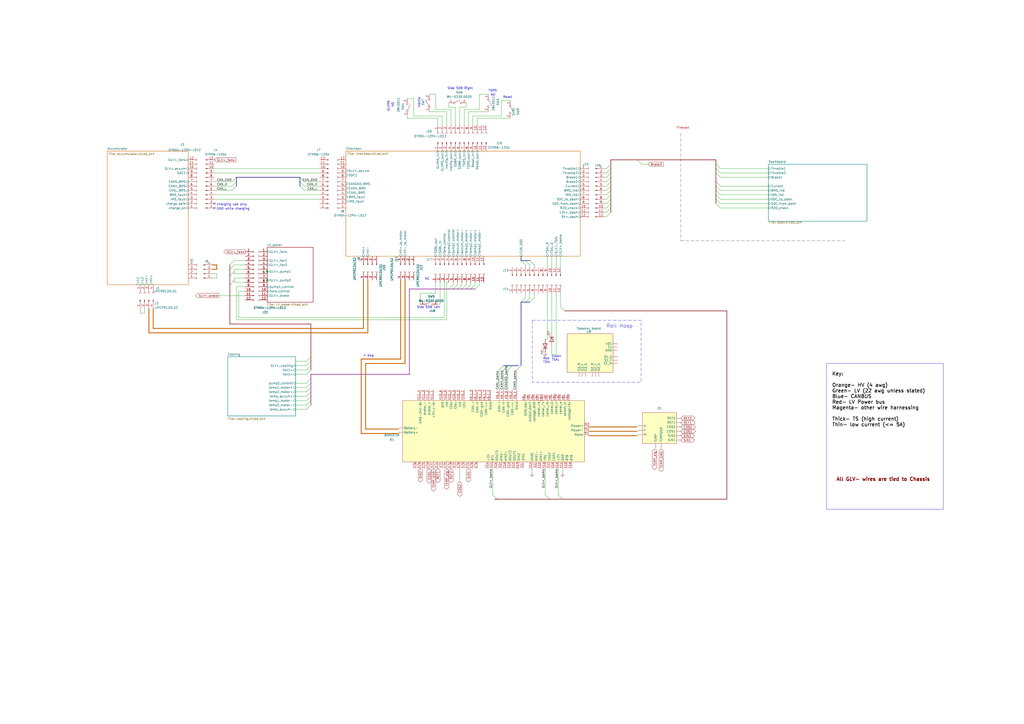
<source format=kicad_sch>
(kicad_sch (version 20231120) (generator "eeschema") (generator_version "8.0")
  (paper "A2")
  (lib_symbols
    (symbol "Connector:Conn_01x04_Pin" (pin_names (offset 1.016) hide)
      (property "Reference" "J" (at 0 5.08 0))
      (property "Value" "Conn_01x04_Pin" (at 0 -7.62 0))
      (symbol "Conn_01x04_Pin_1_1"
        (pin passive line (at 5.08 2.54 180) (length 3.81) (name "Pin_1") (number "1"))
        (pin passive line (at 5.08 0 180) (length 3.81) (name "Pin_2") (number "2"))
        (pin passive line (at 5.08 -2.54 180) (length 3.81) (name "Pin_3") (number "3"))
        (pin passive line (at 5.08 -5.08 180) (length 3.81) (name "Pin_4") (number "4"))
      )
    )
    (symbol "Connector:Conn_01x04_Socket" (pin_names (offset 1.016) hide)
      (property "Reference" "J" (at 0 5.08 0))
      (property "Value" "Conn_01x04_Socket" (at 0 -7.62 0))
      (symbol "Conn_01x04_Socket_1_1"
        (pin passive line (at -5.08 2.54 0) (length 3.81) (name "Pin_1") (number "1"))
        (pin passive line (at -5.08 0 0) (length 3.81) (name "Pin_2") (number "2"))
        (pin passive line (at -5.08 -2.54 0) (length 3.81) (name "Pin_3") (number "3"))
        (pin passive line (at -5.08 -5.08 0) (length 3.81) (name "Pin_4") (number "4"))
      )
    )
    (symbol "Connector:Conn_01x12_Pin" (pin_names (offset 1.016) hide)
      (property "Reference" "J" (at 0 15.24 0))
      (property "Value" "Conn_01x12_Pin" (at 0 -17.78 0))
      (symbol "Conn_01x12_Pin_1_1"
        (pin passive line (at 5.08 12.7 180) (length 3.81) (name "Pin_1") (number "1"))
        (pin passive line (at 5.08 -10.16 180) (length 3.81) (name "Pin_10") (number "10"))
        (pin passive line (at 5.08 -12.7 180) (length 3.81) (name "Pin_11") (number "11"))
        (pin passive line (at 5.08 -15.24 180) (length 3.81) (name "Pin_12") (number "12"))
        (pin passive line (at 5.08 10.16 180) (length 3.81) (name "Pin_2") (number "2"))
        (pin passive line (at 5.08 7.62 180) (length 3.81) (name "Pin_3") (number "3"))
        (pin passive line (at 5.08 5.08 180) (length 3.81) (name "Pin_4") (number "4"))
        (pin passive line (at 5.08 2.54 180) (length 3.81) (name "Pin_5") (number "5"))
        (pin passive line (at 5.08 0 180) (length 3.81) (name "Pin_6") (number "6"))
        (pin passive line (at 5.08 -2.54 180) (length 3.81) (name "Pin_7") (number "7"))
        (pin passive line (at 5.08 -5.08 180) (length 3.81) (name "Pin_8") (number "8"))
        (pin passive line (at 5.08 -7.62 180) (length 3.81) (name "Pin_9") (number "9"))
      )
    )
    (symbol "Connector:Conn_01x12_Socket" (pin_names (offset 1.016) hide)
      (property "Reference" "J" (at 0 15.24 0))
      (property "Value" "Conn_01x12_Socket" (at 0 -17.78 0))
      (symbol "Conn_01x12_Socket_1_1"
        (pin passive line (at -5.08 12.7 0) (length 3.81) (name "Pin_1") (number "1"))
        (pin passive line (at -5.08 -10.16 0) (length 3.81) (name "Pin_10") (number "10"))
        (pin passive line (at -5.08 -12.7 0) (length 3.81) (name "Pin_11") (number "11"))
        (pin passive line (at -5.08 -15.24 0) (length 3.81) (name "Pin_12") (number "12"))
        (pin passive line (at -5.08 10.16 0) (length 3.81) (name "Pin_2") (number "2"))
        (pin passive line (at -5.08 7.62 0) (length 3.81) (name "Pin_3") (number "3"))
        (pin passive line (at -5.08 5.08 0) (length 3.81) (name "Pin_4") (number "4"))
        (pin passive line (at -5.08 2.54 0) (length 3.81) (name "Pin_5") (number "5"))
        (pin passive line (at -5.08 0 0) (length 3.81) (name "Pin_6") (number "6"))
        (pin passive line (at -5.08 -2.54 0) (length 3.81) (name "Pin_7") (number "7"))
        (pin passive line (at -5.08 -5.08 0) (length 3.81) (name "Pin_8") (number "8"))
        (pin passive line (at -5.08 -7.62 0) (length 3.81) (name "Pin_9") (number "9"))
      )
    )
    (symbol "Device:LED" (pin_numbers hide) (pin_names (offset 1.016) hide)
      (property "Reference" "D" (at 0 2.54 0))
      (property "Value" "LED" (at 0 -2.54 0))
      (symbol "LED_1_1"
        (pin passive line (at -3.81 0 0) (length 2.54) (name "K") (number "1"))
        (pin passive line (at 3.81 0 180) (length 2.54) (name "A") (number "2"))
      )
    )
    (symbol "FSAE:BAMOCAR"
      (property "Reference" "B" (at 0 1.27 0))
      (property "Value" "BAMOCAR" (at 0 -1.27 0))
      (symbol "BAMOCAR_1_1"
        (pin output line (at -0.635 -54.61 90) (length 2.54) (name "Battery+") (number ""))
        (pin output line (at 1.905 -54.61 90) (length 2.54) (name "Battery-") (number ""))
        (pin output line (at -1.905 55.88 270) (length 2.54) (name "Motor") (number "M1"))
        (pin output line (at 0.635 55.88 270) (length 2.54) (name "Power-") (number "M2"))
        (pin output line (at 3.175 55.88 270) (length 2.54) (name "Power+") (number "M3"))
        (pin input line (at 24.13 -16.51 180) (length 6.35) (name "r2in") (number "X10_1"))
        (pin input line (at 24.13 -19.05 180) (length 6.35) (name "txd") (number "X10_2"))
        (pin input line (at 24.13 -21.59 180) (length 6.35) (name "t2ou") (number "X10_3"))
        (pin input line (at 24.13 -24.13 180) (length 6.35) (name "t2ou") (number "X10_4"))
        (pin input line (at 24.13 -26.67 180) (length 6.35) (name "rxd") (number "X10_5"))
        (pin input line (at 24.13 -29.21 180) (length 6.35) (name "gnd") (number "X10_6"))
        (pin input line (at 24.13 -34.29 180) (length 6.35) (name "+24_v-br") (number "X11_1"))
        (pin input line (at 24.13 -36.83 180) (length 6.35) (name "brake_+") (number "X11_2"))
        (pin input line (at 24.13 -39.37 180) (length 6.35) (name "brake_-") (number "X11_3"))
        (pin input line (at 24.13 -41.91 180) (length 6.35) (name "GMD-24V-Br") (number "X11_4"))
        (pin input line (at -21.59 45.72 0) (length 3.81) (name "BTB") (number "X1a"))
        (pin output line (at -21.59 43.18 0) (length 3.81) (name "BTB") (number "X1b"))
        (pin output line (at -21.59 40.64 0) (length 3.81) (name "GND") (number "X1c"))
        (pin input line (at -21.59 38.1 0) (length 3.81) (name "+24") (number "X1d"))
        (pin input line (at -21.59 35.56 0) (length 3.81) (name "END1") (number "X1e"))
        (pin input line (at -21.59 33.02 0) (length 3.81) (name "END2") (number "X1f"))
        (pin input line (at -21.59 30.48 0) (length 3.81) (name "FRG") (number "X1g"))
        (pin input line (at -21.59 27.94 0) (length 3.81) (name "AIN1+") (number "X1h"))
        (pin input line (at -21.59 25.4 0) (length 3.81) (name "AIN1-") (number "X1j"))
        (pin output line (at -21.59 22.86 0) (length 3.81) (name "GNDE") (number "X1k"))
        (pin input line (at -21.59 17.78 0) (length 3.81) (name "DIN1") (number "X1l"))
        (pin input line (at -21.59 15.24 0) (length 3.81) (name "DIN2") (number "X1m"))
        (pin output line (at -21.59 12.7 0) (length 3.81) (name "DOUT1") (number "X1n"))
        (pin output line (at -21.59 10.16 0) (length 3.81) (name "DOUT2") (number "X1o"))
        (pin input line (at -21.59 7.62 0) (length 3.81) (name "AIN2+") (number "X1p"))
        (pin input line (at -21.59 5.08 0) (length 3.81) (name "AIN2-") (number "X1r"))
        (pin output line (at -21.59 2.54 0) (length 3.81) (name "DOUT3") (number "X1s"))
        (pin input line (at -21.59 0 0) (length 3.81) (name "RFE") (number "X1t"))
        (pin input line (at -21.59 -2.54 0) (length 3.81) (name "+24") (number "X1u"))
        (pin input line (at -21.59 -8.89 0) (length 3.81) (name "") (number "X7a"))
        (pin input line (at -21.59 -11.43 0) (length 3.81) (name "") (number "X7b"))
        (pin input line (at -21.59 -13.97 0) (length 3.81) (name "") (number "X7c"))
        (pin input line (at -21.59 -16.51 0) (length 3.81) (name "") (number "X7d"))
        (pin input line (at -21.59 -19.05 0) (length 3.81) (name "") (number "X7e"))
        (pin input line (at -21.59 -21.59 0) (length 3.81) (name "") (number "X7f"))
        (pin input line (at -21.59 -24.13 0) (length 3.81) (name "") (number "X7g"))
        (pin input line (at -21.59 -26.67 0) (length 3.81) (name "") (number "X7h"))
        (pin input line (at -21.59 -29.21 0) (length 3.81) (name "") (number "X7j"))
        (pin input line (at -21.59 -31.75 0) (length 3.81) (name "") (number "X7k"))
        (pin input line (at -21.59 -34.29 0) (length 3.81) (name "") (number "X7l"))
        (pin input line (at -21.59 -36.83 0) (length 3.81) (name "") (number "X7m"))
        (pin input line (at -21.59 -39.37 0) (length 3.81) (name "") (number "X7n"))
        (pin input line (at -21.59 -41.91 0) (length 3.81) (name "") (number "X7o"))
        (pin input line (at -21.59 -44.45 0) (length 3.81) (name "") (number "X7p"))
        (pin input line (at 21.59 44.45 180) (length 3.81) (name "voltage+5v") (number "X8a"))
        (pin bidirectional line (at 21.59 41.91 180) (length 3.81) (name "selekt_in") (number "X8c"))
        (pin bidirectional line (at 21.59 39.37 180) (length 3.81) (name "canal_a") (number "X8e"))
        (pin bidirectional line (at 21.59 36.83 180) (length 3.81) (name "canal_n") (number "X8g"))
        (pin bidirectional line (at 21.59 31.75 180) (length 3.81) (name "canal_/b") (number "X8i"))
        (pin bidirectional line (at 21.59 34.29 180) (length 3.81) (name "canal_b") (number "X8j"))
        (pin bidirectional line (at 21.59 29.21 180) (length 3.81) (name "canal_/n") (number "X8m"))
        (pin bidirectional line (at 21.59 26.67 180) (length 3.81) (name "canal_/a") (number "X8n"))
        (pin output line (at 21.59 24.13 180) (length 3.81) (name "voltage_GND") (number "X8o"))
        (pin output line (at 21.59 21.59 180) (length 3.81) (name "output_dac1") (number "X8t"))
        (pin output line (at 21.59 19.05 180) (length 3.81) (name "GND_dac") (number "X8u"))
        (pin bidirectional line (at 24.13 -1.27 180) (length 6.35) (name "Sield") (number "X9.1_1"))
        (pin input line (at 24.13 -3.81 180) (length 6.35) (name "CAN-v+") (number "X9.1_2"))
        (pin output line (at 24.13 -6.35 180) (length 6.35) (name "CAN-gnd") (number "X9.1_3"))
        (pin bidirectional line (at 24.13 -8.89 180) (length 6.35) (name "CAN-h") (number "X9.1_4"))
        (pin bidirectional line (at 24.13 -11.43 180) (length 6.35) (name "CAN-l") (number "X9.1_5"))
        (pin bidirectional line (at 24.13 13.97 180) (length 6.35) (name "Sield") (number "X9_1"))
        (pin input line (at 24.13 11.43 180) (length 6.35) (name "CAN-v+") (number "X9_2"))
        (pin output line (at 24.13 8.89 180) (length 6.35) (name "CAN-gnd") (number "X9_3"))
        (pin bidirectional line (at 24.13 6.35 180) (length 6.35) (name "CAN-h") (number "X9_4"))
        (pin bidirectional line (at 24.13 3.81 180) (length 6.35) (name "CAN-l") (number "X9_5"))
      )
    )
    (symbol "FSAE:Emrak"
      (property "Reference" "U" (at 0 0 0))
      (symbol "Emrak_1_1"
        (pin input line (at 12.7 13.97 180) (length 2.54) (name "COS1") (number ""))
        (pin input line (at 12.7 11.43 180) (length 2.54) (name "COS2") (number ""))
        (pin input line (at -12.065 15.875 0) (length 2.54) (name "M") (number ""))
        (pin input line (at 12.7 8.89 180) (length 2.54) (name "REF1") (number ""))
        (pin input line (at 12.7 6.35 180) (length 2.54) (name "REF2") (number ""))
        (pin input line (at 12.7 19.05 180) (length 2.54) (name "SIN1") (number ""))
        (pin input line (at 12.7 16.51 180) (length 2.54) (name "SIN2") (number ""))
        (pin input line (at -1.905 23.495 270) (length 2.54) (name "TEMP") (number ""))
        (pin input line (at 1.27 23.495 270) (length 2.54) (name "TEMPGND") (number ""))
        (pin input line (at -12.065 10.795 0) (length 2.54) (name "U") (number ""))
        (pin input line (at -12.065 13.335 0) (length 2.54) (name "V") (number ""))
      )
    )
    (symbol "FSAE:speaker_board"
      (property "Reference" "U15" (at -5.08 -3.4925 90))
      (property "Value" "~" (at 0 0 0))
      (symbol "speaker_board_1_1"
        (pin input line (at -6.35 35.56 270) (length 2.54) (name "En") (number ""))
        (pin input line (at -4.445 35.56 270) (length 2.54) (name "GND") (number ""))
        (pin input line (at 1.27 35.56 270) (length 2.54) (name "S1_F") (number ""))
        (pin input line (at -0.635 35.56 270) (length 2.54) (name "S1_G") (number ""))
        (pin input line (at 3.175 35.56 270) (length 2.54) (name "S1_M") (number ""))
        (pin input line (at 10.795 22.86 180) (length 2.54) (name "S2_F") (number ""))
        (pin input line (at 10.795 24.765 180) (length 2.54) (name "S2_G") (number ""))
        (pin input line (at 10.795 20.955 180) (length 2.54) (name "S2_M") (number ""))
        (pin input line (at 10.795 15.24 180) (length 2.54) (name "S3_F") (number ""))
        (pin input line (at 10.795 17.145 180) (length 2.54) (name "S3_G") (number ""))
        (pin input line (at 10.795 13.335 180) (length 2.54) (name "S3_M") (number ""))
        (pin input line (at -8.255 35.56 270) (length 2.54) (name "VDC") (number ""))
      )
    )
    (symbol "Switch:SW_SPST" (pin_names (offset 0) hide)
      (property "Reference" "SW" (at 0 3.175 0))
      (property "Value" "SW_SPST" (at 0 -2.54 0))
      (symbol "SW_SPST_1_1"
        (pin passive line (at -5.08 0 0) (length 2.54) (name "A") (number "1"))
        (pin passive line (at 5.08 0 180) (length 2.54) (name "B") (number "2"))
      )
    )
    (symbol "power:Earth" (power) (pin_names (offset 0))
      (symbol "Earth_1_1"
        (pin power_in line (at 0 0 270) (length 0) hide (name "Earth") (number "1"))
      )
    )
  )
  (junction (at 154.94 157.48))
  (junction (at 154.94 162.56))
  (no_connect (at 124.46 118.11))
  (no_connect (at 124.46 120.65))
  (bus_entry (at 180.34 224.79) (size -2.54 2.54))
  (bus_entry (at 351.79 113.03) (size 2.54 -2.54))
  (bus_entry (at 262.89 167.64) (size 2.54 -2.54))
  (bus_entry (at 417.83 100.33) (size -2.54 -2.54))
  (bus_entry (at 180.34 227.33) (size -2.54 2.54))
  (bus_entry (at 133.35 165.1) (size 2.54 -2.54))
  (bus_entry (at 351.79 118.11) (size 2.54 -2.54))
  (bus_entry (at 304.8 172.72) (size -2.54 2.54))
  (bus_entry (at 270.51 167.64) (size 2.54 -2.54))
  (bus_entry (at 294.64 214.63) (size 2.54 -2.54))
  (bus_entry (at 417.83 107.95) (size -2.54 -2.54))
  (bus_entry (at 137.16 105.41) (size -2.54 2.54))
  (bus_entry (at 351.79 97.79) (size 2.54 -2.54))
  (bus_entry (at 137.16 107.95) (size -2.54 2.54))
  (bus_entry (at 351.79 110.49) (size 2.54 -2.54))
  (bus_entry (at 351.79 125.73) (size 2.54 -2.54))
  (bus_entry (at 265.43 167.64) (size 2.54 -2.54))
  (bus_entry (at 180.34 222.25) (size -2.54 2.54))
  (bus_entry (at 307.34 172.72) (size -2.54 2.54))
  (bus_entry (at 180.34 209.55) (size -2.54 2.54))
  (bus_entry (at 351.79 120.65) (size 2.54 -2.54))
  (bus_entry (at 417.83 110.49) (size -2.54 -2.54))
  (bus_entry (at 304.8 153.67) (size -2.54 -2.54))
  (bus_entry (at 417.83 97.79) (size -2.54 -2.54))
  (bus_entry (at 180.34 219.71) (size -2.54 2.54))
  (bus_entry (at 289.56 214.63) (size 2.54 -2.54))
  (bus_entry (at 351.79 102.87) (size 2.54 -2.54))
  (bus_entry (at 309.88 153.67) (size -2.54 -2.54))
  (bus_entry (at 323.85 287.02) (size 2.54 2.54))
  (bus_entry (at 273.05 167.64) (size 2.54 -2.54))
  (bus_entry (at 173.99 102.87) (size 2.54 2.54))
  (bus_entry (at 351.79 107.95) (size 2.54 -2.54))
  (bus_entry (at 180.34 214.63) (size -2.54 2.54))
  (bus_entry (at 417.83 113.03) (size -2.54 -2.54))
  (bus_entry (at 417.83 102.87) (size -2.54 -2.54))
  (bus_entry (at 267.97 167.64) (size 2.54 -2.54))
  (bus_entry (at 417.83 115.57) (size -2.54 -2.54))
  (bus_entry (at 351.79 115.57) (size 2.54 -2.54))
  (bus_entry (at 180.34 234.95) (size -2.54 2.54))
  (bus_entry (at 180.34 207.01) (size -2.54 2.54))
  (bus_entry (at 351.79 123.19) (size 2.54 -2.54))
  (bus_entry (at 173.99 107.95) (size 2.54 2.54))
  (bus_entry (at 180.34 212.09) (size -2.54 2.54))
  (bus_entry (at 417.83 118.11) (size -2.54 -2.54))
  (bus_entry (at 173.99 105.41) (size 2.54 2.54))
  (bus_entry (at 369.57 92.71) (size 2.54 2.54))
  (bus_entry (at 275.59 167.64) (size 2.54 -2.54))
  (bus_entry (at 133.35 160.02) (size 2.54 -2.54))
  (bus_entry (at 137.16 102.87) (size -2.54 2.54))
  (bus_entry (at 415.29 118.11) (size 2.54 2.54))
  (bus_entry (at 309.88 172.72) (size -2.54 2.54))
  (bus_entry (at 316.23 287.02) (size 2.54 2.54))
  (bus_entry (at 180.34 232.41) (size -2.54 2.54))
  (bus_entry (at 285.75 287.02) (size 2.54 2.54))
  (bus_entry (at 133.35 156.21) (size 2.54 -2.54))
  (bus_entry (at 299.72 214.63) (size 2.54 -2.54))
  (bus_entry (at 351.79 105.41) (size 2.54 -2.54))
  (bus_entry (at 325.12 177.8) (size 2.54 2.54))
  (bus_entry (at 260.35 167.64) (size 2.54 -2.54))
  (bus_entry (at 307.34 153.67) (size -2.54 -2.54))
  (bus_entry (at 351.79 100.33) (size 2.54 -2.54))
  (bus_entry (at 180.34 229.87) (size -2.54 2.54))
  (bus_entry (at 133.35 153.67) (size 2.54 -2.54))
  (bus_entry (at 292.1 214.63) (size 2.54 -2.54))
  (wire (pts (xy 307.34 153.67) (xy 307.34 154.94)))
  (wire (pts (xy 320.04 205.74) (xy 322.58 205.74)))
  (wire (pts (xy 135.89 162.56) (xy 135.89 163.83)))
  (bus (pts (xy 237.49 167.64) (xy 237.49 217.17)) (stroke (width 0) (color 132 0 132 1)))
  (wire (pts (xy 135.89 158.75) (xy 142.24 158.75)))
  (wire (pts (xy 309.88 153.67) (xy 309.88 154.94)))
  (wire (pts (xy 176.53 110.49) (xy 185.42 110.49)))
  (wire (pts (xy 248.92 64.77) (xy 259.08 64.77)))
  (bus (pts (xy 354.33 107.95) (xy 354.33 105.41)) (stroke (width 0) (color 132 0 0 1)))
  (wire (pts (xy 417.83 120.65) (xy 445.77 120.65)))
  (wire (pts (xy 267.97 163.83) (xy 267.97 165.1)))
  (wire (pts (xy 252.73 63.5) (xy 261.62 63.5)))
  (bus (pts (xy 267.97 167.64) (xy 270.51 167.64)) (stroke (width 0) (color 132 0 132 1)))
  (bus (pts (xy 180.34 187.96) (xy 133.35 187.96)) (stroke (width 0) (color 132 0 0 1)))
  (wire (pts (xy 212.09 248.92) (xy 212.09 210.82)) (stroke (width 0.508) (color 204 102 0 1)))
  (wire (pts (xy 341.63 250.19) (xy 369.57 250.19)) (stroke (width 0.508) (color 204 102 0 1)))
  (wire (pts (xy 248.92 54.61) (xy 252.73 54.61)))
  (bus (pts (xy 137.16 102.87) (xy 173.99 102.87)))
  (wire (pts (xy 135.89 153.67) (xy 142.24 153.67)))
  (bus (pts (xy 302.26 175.26) (xy 304.8 175.26)))
  (wire (pts (xy 274.32 67.31) (xy 274.32 72.39)))
  (wire (pts (xy 264.16 62.23) (xy 264.16 72.39)))
  (bus (pts (xy 421.64 180.34) (xy 421.64 289.56)) (stroke (width 0) (color 132 0 0 1)))
  (bus (pts (xy 326.39 289.56) (xy 318.77 289.56)) (stroke (width 0) (color 132 0 0 1)))
  (wire (pts (xy 350.52 100.33) (xy 351.79 100.33)))
  (wire (pts (xy 322.58 148.59) (xy 322.58 154.94)))
  (wire (pts (xy 320.04 200.66) (xy 320.04 205.74)))
  (wire (pts (xy 125.73 158.75) (xy 125.73 161.29)))
  (bus (pts (xy 354.33 97.79) (xy 354.33 95.25)) (stroke (width 0) (color 132 0 0 1)))
  (bus (pts (xy 415.29 100.33) (xy 415.29 105.41)) (stroke (width 0) (color 132 0 0 1)))
  (wire (pts (xy 350.52 118.11) (xy 351.79 118.11)))
  (wire (pts (xy 185.42 97.79) (xy 124.46 97.79)))
  (bus (pts (xy 265.43 167.64) (xy 267.97 167.64)) (stroke (width 0) (color 132 0 132 1)))
  (wire (pts (xy 257.81 163.83) (xy 257.81 184.15)))
  (bus (pts (xy 354.33 92.71) (xy 354.33 95.25)) (stroke (width 0) (color 132 0 0 1)))
  (bus (pts (xy 327.66 180.34) (xy 421.64 180.34)) (stroke (width 0) (color 132 0 0 1)))
  (bus (pts (xy 133.35 165.1) (xy 133.35 187.96)) (stroke (width 0) (color 132 0 0 1)))
  (wire (pts (xy 325.12 170.18) (xy 325.12 177.8)))
  (bus (pts (xy 354.33 110.49) (xy 354.33 107.95)) (stroke (width 0) (color 132 0 0 1)))
  (wire (pts (xy 236.22 68.58) (xy 254 68.58)))
  (bus (pts (xy 415.29 115.57) (xy 415.29 113.03)) (stroke (width 0) (color 132 0 0 1)))
  (wire (pts (xy 124.46 115.57) (xy 185.42 115.57)))
  (wire (pts (xy 295.91 58.42) (xy 290.83 58.42)))
  (wire (pts (xy 322.58 170.18) (xy 322.58 205.74)))
  (wire (pts (xy 320.04 148.59) (xy 320.04 154.94)))
  (wire (pts (xy 285.75 271.78) (xy 285.75 287.02)))
  (bus (pts (xy 304.8 151.13) (xy 307.34 151.13)))
  (bus (pts (xy 354.33 102.87) (xy 354.33 100.33)) (stroke (width 0) (color 132 0 0 1)))
  (wire (pts (xy 278.13 54.61) (xy 283.21 54.61)))
  (wire (pts (xy 83.82 179.07) (xy 83.82 181.61)))
  (bus (pts (xy 173.99 105.41) (xy 173.99 102.87)))
  (wire (pts (xy 289.56 214.63) (xy 289.56 226.06)))
  (wire (pts (xy 236.22 68.58) (xy 236.22 67.31)))
  (bus (pts (xy 354.33 113.03) (xy 354.33 110.49)) (stroke (width 0) (color 132 0 0 1)))
  (wire (pts (xy 212.09 210.82) (xy 234.95 210.82)) (stroke (width 0.508) (color 204 102 0 1)))
  (bus (pts (xy 180.34 232.41) (xy 180.34 234.95)) (stroke (width 0) (color 132 0 132 1)))
  (wire (pts (xy 260.35 62.23) (xy 264.16 62.23)))
  (wire (pts (xy 154.94 156.21) (xy 154.94 157.48)))
  (bus (pts (xy 173.99 105.41) (xy 173.99 107.95)))
  (bus (pts (xy 180.34 224.79) (xy 180.34 227.33)) (stroke (width 0) (color 132 0 132 1)))
  (wire (pts (xy 210.82 162.56) (xy 210.82 190.5)) (stroke (width 0.508) (color 204 102 0 1)))
  (wire (pts (xy 257.81 184.15) (xy 138.43 184.15)))
  (wire (pts (xy 254 68.58) (xy 254 72.39)))
  (wire (pts (xy 265.43 163.83) (xy 265.43 165.1)))
  (wire (pts (xy 124.46 100.33) (xy 185.42 100.33)))
  (wire (pts (xy 341.63 252.73) (xy 369.57 252.73)) (stroke (width 0.508) (color 204 102 0 1)))
  (wire (pts (xy 350.52 102.87) (xy 351.79 102.87)))
  (bus (pts (xy 415.29 115.57) (xy 415.29 118.11)) (stroke (width 0) (color 132 0 0 1)))
  (wire (pts (xy 243.84 170.18) (xy 243.84 176.53)))
  (bus (pts (xy 369.57 92.71) (xy 415.29 92.71)) (stroke (width 0) (color 132 0 0 1)))
  (wire (pts (xy 81.28 179.07) (xy 81.28 181.61)))
  (wire (pts (xy 252.73 54.61) (xy 252.73 63.5)))
  (wire (pts (xy 255.27 176.53) (xy 254 176.53)))
  (wire (pts (xy 417.83 102.87) (xy 445.77 102.87)))
  (wire (pts (xy 350.52 125.73) (xy 351.79 125.73)))
  (wire (pts (xy 417.83 113.03) (xy 445.77 113.03)))
  (bus (pts (xy 292.1 212.09) (xy 294.64 212.09)))
  (wire (pts (xy 350.52 110.49) (xy 351.79 110.49)))
  (wire (pts (xy 260.35 163.83) (xy 259.08 163.83)))
  (wire (pts (xy 171.45 232.41) (xy 177.8 232.41)))
  (bus (pts (xy 415.29 92.71) (xy 415.29 95.25)) (stroke (width 0) (color 132 0 0 1)))
  (bus (pts (xy 180.34 187.96) (xy 180.34 207.01)) (stroke (width 0) (color 132 0 0 1)))
  (wire (pts (xy 171.45 209.55) (xy 177.8 209.55)))
  (bus (pts (xy 415.29 97.79) (xy 415.29 95.25)) (stroke (width 0) (color 132 0 0 1)))
  (wire (pts (xy 273.05 163.83) (xy 273.05 165.1)))
  (wire (pts (xy 417.83 115.57) (xy 445.77 115.57)))
  (wire (pts (xy 177.8 224.79) (xy 171.45 224.79)))
  (wire (pts (xy 259.08 185.42) (xy 137.16 185.42)))
  (bus (pts (xy 302.26 175.26) (xy 302.26 212.09)))
  (bus (pts (xy 180.34 212.09) (xy 180.34 214.63)) (stroke (width 0) (color 132 0 0 1)))
  (wire (pts (xy 124.46 105.41) (xy 134.62 105.41)))
  (wire (pts (xy 135.89 156.21) (xy 135.89 157.48)))
  (wire (pts (xy 259.08 163.83) (xy 259.08 185.42)))
  (wire (pts (xy 176.53 105.41) (xy 185.42 105.41)))
  (wire (pts (xy 138.43 168.91) (xy 142.24 168.91)))
  (polyline (pts (xy 394.97 139.7) (xy 490.22 139.7)) (stroke (width 0) (type dash_dot) (color 72 72 72 1)))
  (wire (pts (xy 252.73 163.83) (xy 252.73 170.18)))
  (wire (pts (xy 209.55 251.46) (xy 231.14 251.46)) (stroke (width 0.508) (color 204 102 0 1)))
  (wire (pts (xy 81.28 181.61) (xy 83.82 181.61)))
  (wire (pts (xy 138.43 184.15) (xy 138.43 168.91)))
  (wire (pts (xy 123.19 156.21) (xy 125.73 156.21)) (stroke (width 0.508) (color 204 102 0 1)))
  (bus (pts (xy 133.35 153.67) (xy 133.35 156.21)) (stroke (width 0) (color 132 0 0 1)))
  (wire (pts (xy 417.83 100.33) (xy 445.77 100.33)))
  (wire (pts (xy 124.46 113.03) (xy 185.42 113.03)))
  (bus (pts (xy 133.35 160.02) (xy 133.35 165.1)) (stroke (width 0) (color 132 0 0 1)))
  (wire (pts (xy 290.83 58.42) (xy 290.83 67.31)))
  (wire (pts (xy 240.03 67.31) (xy 240.03 57.15)))
  (wire (pts (xy 326.39 274.32) (xy 326.39 271.78)))
  (wire (pts (xy 320.04 193.04) (xy 320.04 170.18)))
  (wire (pts (xy 135.89 162.56) (xy 135.89 161.29)))
  (bus (pts (xy 354.33 120.65) (xy 354.33 118.11)) (stroke (width 0) (color 132 0 0 1)))
  (bus (pts (xy 180.34 222.25) (xy 180.34 224.79)) (stroke (width 0) (color 132 0 132 1)))
  (wire (pts (xy 290.83 67.31) (xy 274.32 67.31)))
  (wire (pts (xy 270.51 163.83) (xy 270.51 165.1)))
  (bus (pts (xy 354.33 92.71) (xy 369.57 92.71)) (stroke (width 0) (color 132 0 0 1)))
  (wire (pts (xy 350.52 107.95) (xy 351.79 107.95)))
  (bus (pts (xy 133.35 156.21) (xy 133.35 160.02)) (stroke (width 0) (color 132 0 0 1)))
  (wire (pts (xy 259.08 64.77) (xy 259.08 72.39)))
  (bus (pts (xy 302.26 148.59) (xy 302.26 151.13)))
  (wire (pts (xy 240.03 67.31) (xy 256.54 67.31)))
  (wire (pts (xy 283.21 64.77) (xy 271.78 64.77)))
  (wire (pts (xy 276.86 72.39) (xy 276.86 68.58)))
  (wire (pts (xy 213.36 162.56) (xy 213.36 193.04)) (stroke (width 0.508) (color 204 102 0 1)))
  (wire (pts (xy 127 171.45) (xy 142.24 171.45)))
  (bus (pts (xy 237.49 217.17) (xy 180.34 217.17)) (stroke (width 0) (color 132 0 132 1)))
  (bus (pts (xy 354.33 123.19) (xy 354.33 120.65)) (stroke (width 0) (color 132 0 0 1)))
  (wire (pts (xy 209.55 208.28) (xy 232.41 208.28)) (stroke (width 0.508) (color 204 102 0 1)))
  (wire (pts (xy 135.89 151.13) (xy 142.24 151.13)))
  (wire (pts (xy 269.24 72.39) (xy 269.24 63.5)))
  (wire (pts (xy 350.52 113.03) (xy 351.79 113.03)))
  (wire (pts (xy 350.52 123.19) (xy 351.79 123.19)))
  (wire (pts (xy 304.8 153.67) (xy 304.8 154.94)))
  (wire (pts (xy 350.52 105.41) (xy 351.79 105.41)))
  (bus (pts (xy 287.02 289.56) (xy 288.29 289.56)))
  (wire (pts (xy 266.7 62.23) (xy 270.51 62.23)))
  (bus (pts (xy 304.8 175.26) (xy 307.34 175.26)))
  (wire (pts (xy 86.36 193.04) (xy 213.36 193.04)) (stroke (width 0.508) (color 204 102 0 1)))
  (wire (pts (xy 417.83 107.95) (xy 445.77 107.95)))
  (wire (pts (xy 266.7 72.39) (xy 266.7 62.23)))
  (bus (pts (xy 237.49 167.64) (xy 260.35 167.64)) (stroke (width 0) (color 132 0 132 1)))
  (wire (pts (xy 171.45 214.63) (xy 177.8 214.63)))
  (wire (pts (xy 260.35 59.69) (xy 260.35 62.23)))
  (bus (pts (xy 180.34 219.71) (xy 180.34 222.25)) (stroke (width 0) (color 132 0 132 1)))
  (wire (pts (xy 154.94 162.56) (xy 154.94 163.83)))
  (wire (pts (xy 88.9 190.5) (xy 210.82 190.5)) (stroke (width 0.508) (color 204 102 0 1)))
  (wire (pts (xy 323.85 271.78) (xy 323.85 287.02)))
  (wire (pts (xy 304.8 170.18) (xy 304.8 172.72)))
  (wire (pts (xy 212.09 248.92) (xy 231.14 248.92)) (stroke (width 0.508) (color 204 102 0 1)))
  (bus (pts (xy 180.34 209.55) (xy 180.34 212.09)) (stroke (width 0) (color 132 0 0 1)))
  (bus (pts (xy 415.29 107.95) (xy 415.29 105.41)) (stroke (width 0) (color 132 0 0 1)))
  (wire (pts (xy 135.89 163.83) (xy 142.24 163.83)))
  (wire (pts (xy 292.1 214.63) (xy 292.1 226.06)))
  (wire (pts (xy 271.78 64.77) (xy 271.78 72.39)))
  (wire (pts (xy 135.89 156.21) (xy 142.24 156.21)))
  (bus (pts (xy 294.64 212.09) (xy 297.18 212.09)))
  (wire (pts (xy 177.8 212.09) (xy 171.45 212.09)))
  (wire (pts (xy 350.52 115.57) (xy 351.79 115.57)))
  (wire (pts (xy 137.16 166.37) (xy 142.24 166.37)))
  (wire (pts (xy 124.46 110.49) (xy 134.62 110.49)))
  (wire (pts (xy 316.23 271.78) (xy 316.23 287.02)))
  (bus (pts (xy 262.89 167.64) (xy 265.43 167.64)) (stroke (width 0) (color 132 0 132 1)))
  (wire (pts (xy 135.89 161.29) (xy 142.24 161.29)))
  (wire (pts (xy 125.73 153.67) (xy 123.19 153.67)) (stroke (width 0.508) (color 204 102 0 1)))
  (wire (pts (xy 341.63 247.65) (xy 369.57 247.65)) (stroke (width 0.508) (color 204 102 0 1)))
  (wire (pts (xy 125.73 156.21) (xy 125.73 153.67)) (stroke (width 0.508) (color 204 102 0 1)))
  (bus (pts (xy 260.35 167.64) (xy 262.89 167.64)) (stroke (width 0) (color 132 0 132 1)))
  (bus (pts (xy 288.29 289.56) (xy 318.77 289.56)) (stroke (width 0) (color 132 0 0 1)))
  (wire (pts (xy 232.41 162.56) (xy 232.41 208.28)) (stroke (width 0.508) (color 204 102 0 1)))
  (bus (pts (xy 326.39 289.56) (xy 421.64 289.56)) (stroke (width 0) (color 132 0 0 1)))
  (wire (pts (xy 135.89 157.48) (xy 135.89 158.75)))
  (wire (pts (xy 278.13 63.5) (xy 278.13 54.61)))
  (wire (pts (xy 417.83 97.79) (xy 445.77 97.79)))
  (bus (pts (xy 137.16 105.41) (xy 137.16 107.95)))
  (bus (pts (xy 180.34 217.17) (xy 180.34 219.71)) (stroke (width 0) (color 132 0 132 1)))
  (wire (pts (xy 309.88 170.18) (xy 309.88 172.72)))
  (wire (pts (xy 154.94 161.29) (xy 154.94 162.56)))
  (wire (pts (xy 171.45 234.95) (xy 177.8 234.95)))
  (bus (pts (xy 302.26 151.13) (xy 304.8 151.13)))
  (wire (pts (xy 261.62 63.5) (xy 261.62 72.39)))
  (wire (pts (xy 266.7 271.78) (xy 266.7 279.4)))
  (wire (pts (xy 171.45 222.25) (xy 177.8 222.25)))
  (bus (pts (xy 354.33 100.33) (xy 354.33 97.79)) (stroke (width 0) (color 132 0 0 1)))
  (bus (pts (xy 137.16 102.87) (xy 137.16 105.41)))
  (wire (pts (xy 154.94 157.48) (xy 154.94 158.75)))
  (wire (pts (xy 278.13 163.83) (xy 278.13 165.1)))
  (bus (pts (xy 180.34 227.33) (xy 180.34 229.87)) (stroke (width 0) (color 132 0 132 1)))
  (wire (pts (xy 269.24 63.5) (xy 278.13 63.5)))
  (wire (pts (xy 294.64 214.63) (xy 294.64 226.06)))
  (bus (pts (xy 270.51 167.64) (xy 273.05 167.64)) (stroke (width 0) (color 132 0 132 1)))
  (wire (pts (xy 88.9 190.5) (xy 88.9 179.07)) (stroke (width 0.508) (color 204 102 0 1)))
  (bus (pts (xy 300.99 212.09) (xy 297.18 212.09)))
  (wire (pts (xy 86.36 193.04) (xy 86.36 179.07)) (stroke (width 0.508) (color 204 102 0 1)))
  (wire (pts (xy 177.8 229.87) (xy 171.45 229.87)))
  (wire (pts (xy 240.03 57.15) (xy 236.22 57.15)))
  (wire (pts (xy 276.86 68.58) (xy 295.91 68.58)))
  (polyline (pts (xy 394.97 77.47) (xy 394.97 139.7)) (stroke (width 0) (type dash_dot) (color 72 72 72 1)))
  (wire (pts (xy 177.8 217.17) (xy 171.45 217.17)))
  (wire (pts (xy 171.45 227.33) (xy 177.8 227.33)))
  (wire (pts (xy 350.52 120.65) (xy 351.79 120.65)))
  (wire (pts (xy 123.19 158.75) (xy 125.73 158.75)))
  (bus (pts (xy 354.33 115.57) (xy 354.33 113.03)) (stroke (width 0) (color 132 0 0 1)))
  (wire (pts (xy 275.59 163.83) (xy 275.59 165.1)))
  (wire (pts (xy 252.73 170.18) (xy 243.84 170.18)))
  (wire (pts (xy 350.52 97.79) (xy 351.79 97.79)))
  (wire (pts (xy 262.89 163.83) (xy 262.89 165.1)))
  (wire (pts (xy 317.5 196.85) (xy 316.23 196.85)))
  (wire (pts (xy 255.27 176.53) (xy 255.27 163.83)))
  (bus (pts (xy 354.33 115.57) (xy 354.33 118.11)) (stroke (width 0) (color 132 0 0 1)))
  (wire (pts (xy 372.11 95.25) (xy 375.92 95.25)))
  (wire (pts (xy 325.12 148.59) (xy 325.12 154.94)))
  (wire (pts (xy 234.95 210.82) (xy 234.95 162.56)) (stroke (width 0.508) (color 204 102 0 1)))
  (wire (pts (xy 317.5 170.18) (xy 317.5 196.85)))
  (bus (pts (xy 180.34 229.87) (xy 180.34 232.41)) (stroke (width 0) (color 132 0 132 1)))
  (wire (pts (xy 417.83 118.11) (xy 445.77 118.11)))
  (wire (pts (xy 307.34 170.18) (xy 307.34 172.72)))
  (wire (pts (xy 125.73 161.29) (xy 123.19 161.29)))
  (wire (pts (xy 256.54 72.39) (xy 256.54 67.31)))
  (wire (pts (xy 270.51 62.23) (xy 270.51 59.69)))
  (wire (pts (xy 176.53 107.95) (xy 185.42 107.95)))
  (wire (pts (xy 417.83 110.49) (xy 445.77 110.49)))
  (wire (pts (xy 299.72 214.63) (xy 299.72 226.06)))
  (wire (pts (xy 171.45 237.49) (xy 177.8 237.49)))
  (wire (pts (xy 209.55 208.28) (xy 209.55 251.46)) (stroke (width 0.508) (color 204 102 0 1)))
  (bus (pts (xy 354.33 105.41) (xy 354.33 102.87)) (stroke (width 0) (color 132 0 0 1)))
  (bus (pts (xy 415.29 110.49) (xy 415.29 107.95)) (stroke (width 0) (color 132 0 0 1)))
  (wire (pts (xy 124.46 107.95) (xy 134.62 107.95)))
  (bus (pts (xy 180.34 209.55) (xy 180.34 207.01)) (stroke (width 0) (color 132 0 0 1)))
  (wire (pts (xy 137.16 166.37) (xy 137.16 185.42)))
  (bus (pts (xy 273.05 167.64) (xy 275.59 167.64)) (stroke (width 0) (color 132 0 132 1)))
  (bus (pts (xy 415.29 113.03) (xy 415.29 110.49)) (stroke (width 0) (color 132 0 0 1)))
  (bus (pts (xy 415.29 100.33) (xy 415.29 97.79)) (stroke (width 0) (color 132 0 0 1)))
  (wire (pts (xy 317.5 148.59) (xy 317.5 154.94)))
  (wire (pts (xy 308.61 274.32) (xy 308.61 271.78)))
  (arc (start 277.495 136.525) (mid 277.495 136.525) (end 277.495 136.525))
  (arc (start 277.495 136.525) (mid 277.495 136.525) (end 277.495 136.525) (stroke (width 0) (type dash)))
  (arc (start 277.495 136.525) (mid 277.495 136.525) (end 277.495 136.525))
  (arc (start 277.495 136.525) (mid 277.495 136.525) (end 277.495 136.525))
  (arc (start 277.495 136.525) (mid 277.495 136.525) (end 277.495 136.525))
  (arc (start 277.495 136.525) (mid 277.495 136.525) (end 277.495 136.525))
  (arc (start 277.495 136.525) (mid 277.495 136.525) (end 277.495 136.525))
  (rectangle (start 308.864 185.801) (end 371.856 221.742) (stroke (width 0) (type dash_dot)))
  (rectangle (start 479.425 210.8454) (end 547.243 295.402))
  (arc (start 277.495 136.525) (mid 277.495 136.525) (end 277.495 136.525))
  (rectangle (start 225.425 109.22) (end 225.425 109.22))
  (rectangle (start 225.425 109.22) (end 225.425 109.22))
  (text "NC" (at 246.38 162.56 0) (effects (font (size 1.27 1.27)) (justify left bottom)))
  (text "Side SDB Right\n" (at 274.32 52.07 0) (effects (font (size 1.27 1.27)) (justify right bottom)))
  (text "charging use only" (at 125.73 119.38 0) (effects (font (size 1.27 1.27)) (justify left bottom)))
  (text "Green\nTSAL" (at 320.04 209.55 0) (effects (font (size 1.27 1.27)) (justify left bottom)))
  (text "Firewall" (at 392.43 74.93 0) (effects (font (size 1.27 1.27)) (justify left bottom)))
  (text "GND while charging\n" (at 125.73 121.92 0) (effects (font (size 1.27 1.27)) (justify left bottom)))
  (text "Side SDB Left" (at 255.27 179.07 0) (effects (font (size 1.27 1.27)) (justify right bottom)))
  (text "NO" (at 228.6 62.23 90) (effects (font (size 1.27 1.27)) (justify left bottom)))
  (text "Red\nTSAL" (at 314.96 210.82 0) (effects (font (size 1.27 1.27)) (justify left bottom)))
  (text "Inertia" (at 243.84 56.388 90) (effects (font (size 1.27 1.27)) (justify right bottom)))
  (text "GLVMS" (at 226.06 58.42 90) (effects (font (size 1.27 1.27)) (justify right bottom)))
  (text "NO" (at 284.48 55.88 0) (effects (font (size 1.27 1.27)) (justify left bottom)))
  (text "All GLV- wires are tied to Chassis" (at 512.318 278.13 0) (effects (font (size 2.032 2.032) (thickness 0.4064) (bold yes))))
  (text "4 awg\n" (at 210.82 207.01 0) (effects (font (size 1.27 1.27)) (justify left bottom)))
  (text "TSMS\n" (at 288.29 53.34 0) (effects (font (size 1.27 1.27)) (justify right bottom)))
  (text "Reset" (at 297.18 57.15 0) (effects (font (size 1.27 1.27)) (justify right bottom)))
  (text "Key:\n\nOrange- HV (4 awg)\nGreen- LV (22 awg unless stated)\nBlue- CANBUS\nRed- LV Power bus\nMagenta- other wire harnessing\n\nThick- TS (high current)\nThin- low current (<= 5A)\n" (at 482.6 247.65 0) (effects (font (size 2.032 2.032) (thickness 0.3048) (bold yes)) (justify left bottom)))
  (text "Roll Hoop\n" (at 359.41 189.23 0) (effects (font (size 2.032 2.032))))
  (label "CAN_GND" (at 184.15 105.41 180))
  (label "CAN_H" (at 184.15 107.95 180))
  (label "CANL_bamo" (at 289.56 226.06 90))
  (label "CAN_L" (at 125.73 110.49 0))
  (label "CANH_bamo" (at 292.1 226.06 90))
  (label "GLV+_bamo" (at 285.75 283.21 90))
  (label "CAN_L" (at 184.15 110.49 180))
  (label "CAN_GND" (at 125.73 105.41 0))
  (label "GLV+_bamo" (at 316.23 283.21 90))
  (label "CANS_bamo" (at 299.72 226.06 90))
  (label "CAN_H" (at 125.73 107.95 0))
  (label "CANGND_bamo" (at 294.64 226.06 90))
  (label "GLV+_bamo" (at 323.85 283.21 90))
  (global_label "TEMP_sig" (shape bidirectional) (at 379.73 260.35 270) (property "Intersheetrefs" "${INTERSHEET_REFS}" (effects (hide yes))))
  (global_label "GLV+_brake" (shape output) (at 127 171.45 180) (property "Intersheetrefs" "${INTERSHEET_REFS}" (effects (hide yes))))
  (global_label "TEMP_GND" (shape bidirectional) (at 251.46 271.78 270) (property "Intersheetrefs" "${INTERSHEET_REFS}" (effects (hide yes))))
  (global_label "TEMP_GND" (shape bidirectional) (at 383.54 260.35 270) (property "Intersheetrefs" "${INTERSHEET_REFS}" (effects (hide yes))))
  (global_label "REF1" (shape bidirectional) (at 394.97 245.11 0) (property "Intersheetrefs" "${INTERSHEET_REFS}" (effects (hide yes))))
  (global_label "Brake2" (shape input) (at 375.92 95.25 0) (property "Intersheetrefs" "${INTERSHEET_REFS}" (effects (hide yes))))
  (global_label "REF1" (shape bidirectional) (at 254 271.78 270) (property "Intersheetrefs" "${INTERSHEET_REFS}" (effects (hide yes))))
  (global_label "REF2" (shape bidirectional) (at 394.97 242.57 0) (property "Intersheetrefs" "${INTERSHEET_REFS}" (effects (hide yes))))
  (global_label "GLV+_fans" (shape output) (at 142.24 146.05 180) (property "Intersheetrefs" "${INTERSHEET_REFS}" (effects (hide yes))))
  (global_label "SIN2" (shape bidirectional) (at 394.97 252.73 0) (property "Intersheetrefs" "${INTERSHEET_REFS}" (effects (hide yes))))
  (global_label "COS1" (shape bidirectional) (at 394.97 250.19 0) (property "Intersheetrefs" "${INTERSHEET_REFS}" (effects (hide yes))))
  (global_label "COS2" (shape bidirectional) (at 266.7 279.4 270) (property "Intersheetrefs" "${INTERSHEET_REFS}" (effects (hide yes))))
  (global_label "SIN1" (shape bidirectional) (at 271.78 271.78 270) (property "Intersheetrefs" "${INTERSHEET_REFS}" (effects (hide yes))))
  (global_label "TEMP_sig" (shape bidirectional) (at 259.08 271.78 270) (property "Intersheetrefs" "${INTERSHEET_REFS}" (effects (hide yes))))
  (global_label "COS2" (shape bidirectional) (at 394.97 247.65 0) (property "Intersheetrefs" "${INTERSHEET_REFS}" (effects (hide yes))))
  (global_label "GLV+_fans" (shape input) (at 124.46 92.71 0) (property "Intersheetrefs" "${INTERSHEET_REFS}" (effects (hide yes))))
  (global_label "SIN1" (shape bidirectional) (at 394.97 255.27 0) (property "Intersheetrefs" "${INTERSHEET_REFS}" (effects (hide yes))))
  (global_label "REF2" (shape bidirectional) (at 261.62 271.78 270) (property "Intersheetrefs" "${INTERSHEET_REFS}" (effects (hide yes))))
  (global_label "COS1" (shape bidirectional) (at 248.92 271.78 270) (property "Intersheetrefs" "${INTERSHEET_REFS}" (effects (hide yes))))
  (global_label "SIN2" (shape bidirectional) (at 243.84 271.78 270) (property "Intersheetrefs" "${INTERSHEET_REFS}" (effects (hide yes))))
  (symbol (lib_id "Switch:SW_SPST") (at 248.92 59.69 90) (unit 1)
    (property "Reference" "SW7" (at 245.364 59.182 0))
    (property "Value" "~" (at 246.888 58.42 0))
  )
  (symbol (lib_id "power:Earth") (at 316.23 204.47 0) (unit 1)
    (property "Reference" "#PWR01" (effects (hide yes)))
    (property "Value" "Earth" (effects (hide yes)))
  )
  (symbol (lib_id "Device:LED") (at 320.04 196.85 270) (unit 1)
    (property "Reference" "D2" (effects (hide yes)))
    (property "Value" "Q8P5BXXHR12E" (effects (hide yes)))
  )
  (symbol (lib_id "Connector:Conn_01x04_Socket") (at 83.82 170.18 90) (mirror x) (unit 1)
    (property "Reference" "J1" (at 91.44 167.005 90))
    (property "Value" "UPCR012ALS1" (at 95.885 168.91 90))
  )
  (symbol (lib_id "Connector:Conn_01x12_Pin") (at 265.43 153.67 90) (unit 1)
    (property "Reference" "J17" (at 248.92 150.495 90))
    (property "Value" "DTM06-12SA" (effects (hide yes)))
  )
  (symbol (lib_id "Connector:Conn_01x04_Socket") (at 215.9 157.48 270) (mirror x) (unit 1)
    (property "Reference" "J10" (at 222.758 155.321 0))
    (property "Value" "UPCR012ALS1" (at 220.853 159.766 0))
  )
  (symbol (lib_id "FSAE:speaker_board") (at 322.58 207.645 270) (unit 1)
    (property "Reference" "U8" (at 342.9 192.405 90) (effects (justify right)))
    (property "Value" "Speaker_board" (at 341.63 190.5 90))
  )
  (symbol (lib_id "FSAE:BAMOCAR") (at 285.75 250.19 270) (mirror x) (unit 1)
    (property "Reference" "B1" (at 227.33 255.0161 90))
    (property "Value" "BAMOCAR" (at 227.33 252.4761 90))
  )
  (symbol (lib_id "Connector:Conn_01x12_Pin") (at 147.32 158.75 0) (mirror y) (unit 1)
    (property "Reference" "J22" (effects (hide yes)))
    (property "Value" "DTM06-12SA" (effects (hide yes)))
  )
  (symbol (lib_id "Connector:Conn_01x04_Pin") (at 215.9 153.67 270) (mirror x) (unit 1)
    (property "Reference" "J9" (at 208.28 150.241 0))
    (property "Value" "UPCP012ALS2" (at 205.74 155.956 0))
  )
  (symbol (lib_id "Connector:Conn_01x12_Socket") (at 309.88 165.1 90) (unit 1)
    (property "Reference" "J14" (at 293.37 167.64 90))
    (property "Value" "DTM04-12PA-L012" (effects (hide yes)))
  )
  (symbol (lib_id "Switch:SW_SPST") (at 236.22 62.23 270) (mirror x) (unit 1)
    (property "Reference" "SW4" (at 233.68 59.69 0) (effects (justify right)))
    (property "Value" "2843011" (at 231.14 56.515 0) (effects (justify right)))
  )
  (symbol (lib_id "Connector:Conn_01x04_Pin") (at 83.82 173.99 90) (mirror x) (unit 1)
    (property "Reference" "J2" (at 90.805 175.895 90))
    (property "Value" "UPCP012ALS2" (at 96.52 178.435 90))
  )
  (symbol (lib_id "Connector:Conn_01x12_Socket") (at 114.3 107.95 0) (mirror x) (unit 1)
    (property "Reference" "J3" (at 105.664 83.82 0))
    (property "Value" "DTM04-12PA-L012" (at 107.061 86.995 0))
  )
  (symbol (lib_id "Connector:Conn_01x04_Pin") (at 237.49 153.67 270) (mirror x) (unit 1)
    (property "Reference" "J11" (at 229.87 150.241 0))
    (property "Value" "UPCP012ALS2" (at 227.33 156.21 0))
  )
  (symbol (lib_id "Connector:Conn_01x04_Socket") (at 237.49 157.48 270) (mirror x) (unit 1)
    (property "Reference" "J12" (at 244.348 155.321 0))
    (property "Value" "UPCR012ALS1" (at 242.443 159.766 0))
  )
  (symbol (lib_id "Switch:SW_SPST") (at 248.92 176.53 0) (unit 1)
    (property "Reference" "SW5" (at 250.19 171.958 0))
    (property "Value" "84-5330.0020" (at 250.19 174.498 0))
  )
  (symbol (lib_id "Connector:Conn_01x04_Socket") (at 114.3 158.75 0) (mirror x) (unit 1)
    (property "Reference" "J5" (at 111.125 151.13 90))
    (property "Value" "UPCR012ALS1" (effects (hide yes)))
  )
  (symbol (lib_id "Connector:Conn_01x12_Pin") (at 309.88 160.02 90) (unit 1)
    (property "Reference" "J13" (at 293.37 156.845 90))
    (property "Value" "DTM06-12SA" (effects (hide yes)))
  )
  (symbol (lib_id "Switch:SW_SPST") (at 283.21 59.69 270) (unit 1)
    (property "Reference" "SW3" (at 288.798 61.214 0) (effects (justify right)))
    (property "Value" "2843011" (at 286.258 64.389 0) (effects (justify right)))
  )
  (symbol (lib_id "Connector:Conn_01x12_Socket") (at 195.58 107.95 180) (unit 1)
    (property "Reference" "J8" (at 198.501 122.555 0))
    (property "Value" "DTM04-12PA-L012" (at 203.2 124.968 0))
  )
  (symbol (lib_id "Connector:Conn_01x12_Pin") (at 345.44 110.49 0) (unit 1)
    (property "Reference" "J16" (at 346.71 95.885 0))
    (property "Value" "DTM06-12SA" (effects (hide yes)))
  )
  (symbol (lib_id "Switch:SW_SPST") (at 295.91 63.5 270) (unit 1)
    (property "Reference" "SW9" (at 300.482 64.77 0))
    (property "Value" "3491" (at 297.942 64.77 0))
  )
  (symbol (lib_id "Connector:Conn_01x12_Pin") (at 119.38 107.95 0) (mirror x) (unit 1)
    (property "Reference" "J4" (at 125.095 86.995 0))
    (property "Value" "DTM06-12SA" (at 125.095 89.535 0))
  )
  (symbol (lib_id "FSAE:Emrak") (at 382.27 236.22 0) (mirror x) (unit 1)
    (property "Reference" "U1" (at 382.5875 236.855 0))
    (property "Value" "~" (at 382.27 236.22 0))
  )
  (symbol (lib_id "Connector:Conn_01x12_Pin") (at 266.7 82.55 90) (mirror x) (unit 1)
    (property "Reference" "J19" (at 289.433 83.058 90))
    (property "Value" "DTM06-12SA" (at 289.433 85.598 90))
  )
  (symbol (lib_id "Connector:Conn_01x12_Socket") (at 149.86 158.75 0) (mirror y) (unit 1)
    (property "Reference" "J21" (at 153.797 181.102 0))
    (property "Value" "DTM04-12PA-L012" (at 156.464 178.562 0))
  )
  (symbol (lib_id "Connector:Conn_01x12_Socket") (at 265.43 158.75 90) (unit 1)
    (property "Reference" "J18" (at 250.698 180.34 90))
    (property "Value" "DTM04-12PA-L012" (effects (hide yes)))
  )
  (symbol (lib_id "power:Earth") (at 326.39 274.32 0) (unit 1)
    (property "Reference" "#PWR010" (effects (hide yes)))
    (property "Value" "Earth" (effects (hide yes)))
  )
  (symbol (lib_id "Connector:Conn_01x04_Pin") (at 118.11 158.75 0) (mirror x) (unit 1)
    (property "Reference" "J6" (at 120.015 151.765 90))
    (property "Value" "UPCP012ALS2" (effects (hide yes)))
  )
  (symbol (lib_id "Connector:Conn_01x12_Pin") (at 190.5 107.95 180) (unit 1)
    (property "Reference" "J7" (at 184.785 86.995 0))
    (property "Value" "DTM06-12SA" (at 184.785 89.535 0))
  )
  (symbol (lib_id "Connector:Conn_01x12_Socket") (at 341.63 110.49 0) (unit 1)
    (property "Reference" "J15" (at 339.725 95.25 0))
    (property "Value" "DTM04-12PA-L012" (effects (hide yes)))
  )
  (symbol (lib_id "Device:LED") (at 316.23 200.66 270) (mirror x) (unit 1)
    (property "Reference" "D1" (effects (hide yes)))
    (property "Value" "Q8P5BXXHR12E" (effects (hide yes)))
  )
  (symbol (lib_id "power:Earth") (at 308.61 274.32 0) (unit 1)
    (property "Reference" "#PWR011" (effects (hide yes)))
    (property "Value" "Earth" (effects (hide yes)))
  )
  (symbol (lib_id "Connector:Conn_01x12_Socket") (at 266.7 77.47 90) (mirror x) (unit 1)
    (property "Reference" "J20" (at 248.793 76.2 90))
    (property "Value" "DTM04-12PA-L012" (at 249.555 78.994 90))
  )
  (symbol (lib_id "Switch:SW_SPST") (at 265.43 59.69 0) (unit 1)
    (property "Reference" "SW6" (at 266.446 53.594 0))
    (property "Value" "84-5330.0020" (at 266.446 56.134 0))
  )
  (sheet (at 132.08 207.01) (size 39.37 34.29) (stroke (width 0.1524) (color 0 132 132 1))
    (property "Sheetname" "Cooling" (at 132.08 206.2984 0) (effects (justify left bottom)))
    (property "Sheetfile" "cooling.kicad_sch" (at 132.08 242.1386 0) (effects (justify left top)))
    (pin "GLV+_cooling" input (at 171.45 212.09 0))
    (pin "fan1+" input (at 171.45 214.63 0))
    (pin "fan2+" input (at 171.45 217.17 0))
    (pin "temp_accum+" input (at 171.45 229.87 0))
    (pin "temp1_motor-" input (at 171.45 232.41 0))
    (pin "temp2_motor-" input (at 171.45 234.95 0))
    (pin "temp2_motor+" input (at 171.45 227.33 0))
    (pin "temp_accum-" input (at 171.45 237.49 0))
    (pin "pump2_control" input (at 171.45 222.25 0))
    (pin "temp1_motor+" input (at 171.45 224.79 0))
  )
  (sheet (at 200.66 87.63) (size 135.89 60.96) (stroke (width 0.1524) (color 204 102 0 1))
    (property "Sheetname" "Checkbox" (at 200.66 86.9184 0) (effects (justify left bottom)))
    (property "Sheetfile" "checkbox.kicad_sch" (at 201.422 88.392 0) (effects (justify left top)))
    (pin "HV+" input (at 210.82 148.59 270))
    (pin "HV-" input (at 213.36 148.59 270))
    (pin "HV-_to_motor" input (at 234.95 148.59 270))
    (pin "HV+_to_motor" input (at 232.41 148.59 270))
    (pin "IMD_fault" input (at 200.66 116.84 180))
    (pin "BMS_fault" input (at 200.66 114.3 180))
    (pin "SDC_from_dash" input (at 336.55 118.11 0))
    (pin "SDC_to_dash" input (at 336.55 115.57 0))
    (pin "CANH_BMS" input (at 200.66 109.22 180))
    (pin "CANL_BMS" input (at 200.66 111.76 180))
    (pin "CANGND_BMS" input (at 200.66 106.68 180))
    (pin "TSAL_R" input (at 317.5 148.59 270))
    (pin "TSAL_G" input (at 320.04 148.59 270))
    (pin "IMD_ind" input (at 336.55 113.03 0))
    (pin "Current" input (at 336.55 107.95 0))
    (pin "BMS_ind" input (at 336.55 110.49 0))
    (pin "Throttle1" input (at 336.55 97.79 0))
    (pin "Brake2" input (at 336.55 105.41 0))
    (pin "Throttle2" input (at 336.55 100.33 0))
    (pin "Brake1" input (at 336.55 102.87 0))
    (pin "R2D_check" input (at 336.55 120.65 0))
    (pin "GLV+_bamo" input (at 325.12 148.59 270))
    (pin "GLV+_accum" input (at 200.66 99.06 180))
    (pin "SDC1" input (at 200.66 101.6 180))
    (pin "GLV+_TSAL" input (at 322.58 148.59 270))
    (pin "CAN_500" input (at 302.26 148.59 270))
    (pin "fans_control" input (at 257.81 148.59 270))
    (pin "pump2_control" input (at 260.35 148.59 270))
    (pin "pump1_control" input (at 262.89 148.59 270))
    (pin "accum_motor-" input (at 267.97 148.59 270))
    (pin "temp2_motor-" input (at 273.05 148.59 270))
    (pin "accum_motor+" input (at 265.43 148.59 270))
    (pin "temp2_motor+" input (at 270.51 148.59 270))
    (pin "temp1_motor+" input (at 275.59 148.59 270))
    (pin "temp1_motor-" input (at 278.13 148.59 270))
    (pin "12V+_dash" input (at 336.55 123.19 0))
    (pin "5V+_dash" input (at 336.55 125.73 0))
    (pin "SDBL_in" input (at 255.27 148.59 270))
    (pin "SDBL_out" input (at 252.73 148.59 270))
    (pin "Inertia_in" input (at 259.08 87.63 90))
    (pin "Inertia_out" input (at 261.62 87.63 90))
    (pin "Reset_in" input (at 274.32 87.63 90))
    (pin "Reset_out" input (at 276.86 87.63 90))
    (pin "SDBR_in" input (at 264.16 87.63 90))
    (pin "SDBR_out" input (at 266.7 87.63 90))
    (pin "GLVMS_in" input (at 254 87.63 90))
    (pin "GLVMS_out" input (at 256.54 87.63 90))
    (pin "TSMS_in" input (at 269.24 87.63 90))
    (pin "TSMS_out" input (at 271.78 87.63 90))
  )
  (sheet (at 445.77 95.25) (size 57.15 33.02) (stroke (width 0.1524) (color 0 132 132 1))
    (property "Sheetname" "Dashboard" (at 445.77 94.5384 0) (effects (justify left bottom)))
    (property "Sheetfile" "dash.kicad_sch" (at 445.77 128.2196 0) (effects (justify left top)))
    (pin "SDC_from_dash" input (at 445.77 118.11 180))
    (pin "Current" input (at 445.77 107.95 180))
    (pin "Brake1" input (at 445.77 102.87 180))
    (pin "IMD_ind" input (at 445.77 113.03 180))
    (pin "R2D_check" input (at 445.77 120.65 180))
    (pin "SDC_to_dash" input (at 445.77 115.57 180))
    (pin "BMS_ind" input (at 445.77 110.49 180))
    (pin "Throttle1" input (at 445.77 97.79 180))
    (pin "Throttle2" input (at 445.77 100.33 180))
  )
  (sheet (at 154.94 143.51) (size 26.67 31.75) (stroke (width 0.1524))
    (property "Sheetname" "LV_power" (at 154.94 142.7984 0) (effects (justify left bottom)))
    (property "Sheetfile" "LV_power.kicad_sch" (at 154.94 175.8446 0) (effects (justify left top)))
    (pin "GLV+_fan2" input (at 154.94 153.67 180))
    (pin "GLV+_fan1" input (at 154.94 151.13 180))
    (pin "GLV+_pump1" input (at 154.94 157.48 180))
    (pin "GLV+_pump2" input (at 154.94 162.56 180))
    (pin "GLV+_fans" input (at 154.94 146.05 180))
    (pin "pump1_control" input (at 154.94 166.37 180))
    (pin "GLV+_brake" input (at 154.94 171.45 180))
    (pin "fans_control" input (at 154.94 168.91 180))
  )
  (sheet (at 62.23 87.63) (size 46.99 77.47) (stroke (width 0.1524) (color 204 102 0 1))
    (property "Sheetname" "Accumulator" (at 62.23 86.9184 0) (effects (justify left bottom)))
    (property "Sheetfile" "accumulator.kicad_sch" (at 62.865 88.519 0) (effects (justify left top)))
    (pin "BMS_fault" input (at 109.22 113.03 0))
    (pin "IMD_fault" input (at 109.22 115.57 0))
    (pin "HV+" input (at 87.63 165.1 270))
    (pin "HV-" input (at 85.09 165.1 270))
    (pin "SDC1" input (at 109.22 100.33 0))
    (pin "CANS_BMS" input (at 109.22 105.41 0))
    (pin "CANL_BMS" input (at 109.22 110.49 0))
    (pin "CANH_BMS" input (at 109.22 107.95 0))
    (pin "IL1" input (at 80.01 165.1 270))
    (pin "IL2" input (at 82.55 165.1 270))
    (pin "GLV+_fans" input (at 109.22 92.71 0))
    (pin "charge_on" input (at 109.22 120.65 0))
    (pin "GLV+_accum" input (at 109.22 97.79 0))
    (pin "charge_safe" input (at 109.22 118.11 0))
  )
)
</source>
